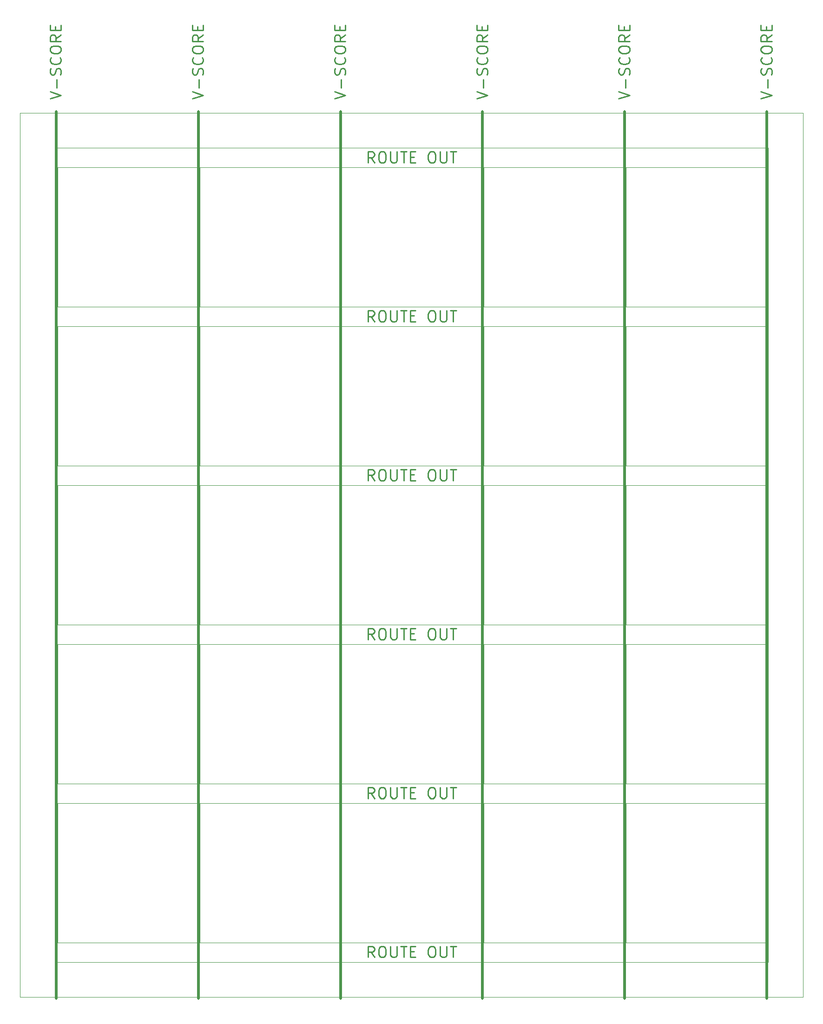
<source format=gko>
%TF.GenerationSoftware,KiCad,Pcbnew,9.0.1*%
%TF.CreationDate,2025-09-09T14:55:51-06:00*%
%TF.ProjectId,SparkFun_Qwiic_Fingerprint_Sensor_FPC2534_panelized,53706172-6b46-4756-9e5f-51776969635f,v10*%
%TF.SameCoordinates,Original*%
%TF.FileFunction,Soldermask,Bot*%
%TF.FilePolarity,Negative*%
%FSLAX46Y46*%
G04 Gerber Fmt 4.6, Leading zero omitted, Abs format (unit mm)*
G04 Created by KiCad (PCBNEW 9.0.1) date 2025-09-09 14:55:51*
%MOMM*%
%LPD*%
G01*
G04 APERTURE LIST*
%TA.AperFunction,Profile*%
%ADD10C,0.100000*%
%TD*%
%ADD11C,0.250000*%
%ADD12C,0.500000*%
G04 APERTURE END LIST*
D10*
X-500000Y-3548000D02*
X-500000Y144740000D01*
X129500000Y-3548000D02*
X-500000Y-3548000D01*
X129500000Y144740000D02*
X129500000Y-3548000D01*
X-500000Y144740000D02*
X129500000Y144740000D01*
X-6850000Y-9898000D02*
X-6850000Y151090000D01*
X135850000Y-9898000D02*
X-6850000Y-9898000D01*
X135850000Y151090000D02*
X135850000Y-9898000D01*
X-6850000Y151090000D02*
X135850000Y151090000D01*
X103600000Y141192000D02*
X129000000Y141192000D01*
X129000000Y115792000D01*
X103600000Y115792000D01*
X103600000Y141192000D01*
X103600000Y112244000D02*
X129000000Y112244000D01*
X129000000Y86844000D01*
X103600000Y86844000D01*
X103600000Y112244000D01*
X103600000Y83296000D02*
X129000000Y83296000D01*
X129000000Y57896000D01*
X103600000Y57896000D01*
X103600000Y83296000D01*
X103600000Y54348000D02*
X129000000Y54348000D01*
X129000000Y28948000D01*
X103600000Y28948000D01*
X103600000Y54348000D01*
X103600000Y25400000D02*
X129000000Y25400000D01*
X129000000Y0D01*
X103600000Y0D01*
X103600000Y25400000D01*
X77700000Y141192000D02*
X103100000Y141192000D01*
X103100000Y115792000D01*
X77700000Y115792000D01*
X77700000Y141192000D01*
X77700000Y112244000D02*
X103100000Y112244000D01*
X103100000Y86844000D01*
X77700000Y86844000D01*
X77700000Y112244000D01*
X77700000Y83296000D02*
X103100000Y83296000D01*
X103100000Y57896000D01*
X77700000Y57896000D01*
X77700000Y83296000D01*
X77700000Y54348000D02*
X103100000Y54348000D01*
X103100000Y28948000D01*
X77700000Y28948000D01*
X77700000Y54348000D01*
X77700000Y25400000D02*
X103100000Y25400000D01*
X103100000Y0D01*
X77700000Y0D01*
X77700000Y25400000D01*
X51800000Y141192000D02*
X77200000Y141192000D01*
X77200000Y115792000D01*
X51800000Y115792000D01*
X51800000Y141192000D01*
X51800000Y112244000D02*
X77200000Y112244000D01*
X77200000Y86844000D01*
X51800000Y86844000D01*
X51800000Y112244000D01*
X51800000Y83296000D02*
X77200000Y83296000D01*
X77200000Y57896000D01*
X51800000Y57896000D01*
X51800000Y83296000D01*
X51800000Y54348000D02*
X77200000Y54348000D01*
X77200000Y28948000D01*
X51800000Y28948000D01*
X51800000Y54348000D01*
X51800000Y25400000D02*
X77200000Y25400000D01*
X77200000Y0D01*
X51800000Y0D01*
X51800000Y25400000D01*
X25900000Y141192000D02*
X51300000Y141192000D01*
X51300000Y115792000D01*
X25900000Y115792000D01*
X25900000Y141192000D01*
X25900000Y112244000D02*
X51300000Y112244000D01*
X51300000Y86844000D01*
X25900000Y86844000D01*
X25900000Y112244000D01*
X25900000Y83296000D02*
X51300000Y83296000D01*
X51300000Y57896000D01*
X25900000Y57896000D01*
X25900000Y83296000D01*
X25900000Y54348000D02*
X51300000Y54348000D01*
X51300000Y28948000D01*
X25900000Y28948000D01*
X25900000Y54348000D01*
X25900000Y25400000D02*
X51300000Y25400000D01*
X51300000Y0D01*
X25900000Y0D01*
X25900000Y25400000D01*
X0Y141192000D02*
X25400000Y141192000D01*
X25400000Y115792000D01*
X0Y115792000D01*
X0Y141192000D01*
X0Y112244000D02*
X25400000Y112244000D01*
X25400000Y86844000D01*
X0Y86844000D01*
X0Y112244000D01*
X0Y83296000D02*
X25400000Y83296000D01*
X25400000Y57896000D01*
X0Y57896000D01*
X0Y83296000D01*
X0Y54348000D02*
X25400000Y54348000D01*
X25400000Y28948000D01*
X0Y28948000D01*
X0Y54348000D01*
X0Y25400000D02*
X25400000Y25400000D01*
X25400000Y0D01*
X0Y0D01*
X0Y25400000D01*
D11*
X57738094Y-2686238D02*
X57071427Y-1733857D01*
X56595237Y-2686238D02*
X56595237Y-686238D01*
X56595237Y-686238D02*
X57357142Y-686238D01*
X57357142Y-686238D02*
X57547618Y-781476D01*
X57547618Y-781476D02*
X57642856Y-876714D01*
X57642856Y-876714D02*
X57738094Y-1067190D01*
X57738094Y-1067190D02*
X57738094Y-1352904D01*
X57738094Y-1352904D02*
X57642856Y-1543380D01*
X57642856Y-1543380D02*
X57547618Y-1638619D01*
X57547618Y-1638619D02*
X57357142Y-1733857D01*
X57357142Y-1733857D02*
X56595237Y-1733857D01*
X58976189Y-686238D02*
X59357142Y-686238D01*
X59357142Y-686238D02*
X59547618Y-781476D01*
X59547618Y-781476D02*
X59738094Y-971952D01*
X59738094Y-971952D02*
X59833332Y-1352904D01*
X59833332Y-1352904D02*
X59833332Y-2019571D01*
X59833332Y-2019571D02*
X59738094Y-2400523D01*
X59738094Y-2400523D02*
X59547618Y-2591000D01*
X59547618Y-2591000D02*
X59357142Y-2686238D01*
X59357142Y-2686238D02*
X58976189Y-2686238D01*
X58976189Y-2686238D02*
X58785713Y-2591000D01*
X58785713Y-2591000D02*
X58595237Y-2400523D01*
X58595237Y-2400523D02*
X58499999Y-2019571D01*
X58499999Y-2019571D02*
X58499999Y-1352904D01*
X58499999Y-1352904D02*
X58595237Y-971952D01*
X58595237Y-971952D02*
X58785713Y-781476D01*
X58785713Y-781476D02*
X58976189Y-686238D01*
X60690475Y-686238D02*
X60690475Y-2305285D01*
X60690475Y-2305285D02*
X60785713Y-2495761D01*
X60785713Y-2495761D02*
X60880951Y-2591000D01*
X60880951Y-2591000D02*
X61071427Y-2686238D01*
X61071427Y-2686238D02*
X61452380Y-2686238D01*
X61452380Y-2686238D02*
X61642856Y-2591000D01*
X61642856Y-2591000D02*
X61738094Y-2495761D01*
X61738094Y-2495761D02*
X61833332Y-2305285D01*
X61833332Y-2305285D02*
X61833332Y-686238D01*
X62499999Y-686238D02*
X63642856Y-686238D01*
X63071427Y-2686238D02*
X63071427Y-686238D01*
X64309523Y-1638619D02*
X64976190Y-1638619D01*
X65261904Y-2686238D02*
X64309523Y-2686238D01*
X64309523Y-2686238D02*
X64309523Y-686238D01*
X64309523Y-686238D02*
X65261904Y-686238D01*
X68023809Y-686238D02*
X68404762Y-686238D01*
X68404762Y-686238D02*
X68595238Y-781476D01*
X68595238Y-781476D02*
X68785714Y-971952D01*
X68785714Y-971952D02*
X68880952Y-1352904D01*
X68880952Y-1352904D02*
X68880952Y-2019571D01*
X68880952Y-2019571D02*
X68785714Y-2400523D01*
X68785714Y-2400523D02*
X68595238Y-2591000D01*
X68595238Y-2591000D02*
X68404762Y-2686238D01*
X68404762Y-2686238D02*
X68023809Y-2686238D01*
X68023809Y-2686238D02*
X67833333Y-2591000D01*
X67833333Y-2591000D02*
X67642857Y-2400523D01*
X67642857Y-2400523D02*
X67547619Y-2019571D01*
X67547619Y-2019571D02*
X67547619Y-1352904D01*
X67547619Y-1352904D02*
X67642857Y-971952D01*
X67642857Y-971952D02*
X67833333Y-781476D01*
X67833333Y-781476D02*
X68023809Y-686238D01*
X69738095Y-686238D02*
X69738095Y-2305285D01*
X69738095Y-2305285D02*
X69833333Y-2495761D01*
X69833333Y-2495761D02*
X69928571Y-2591000D01*
X69928571Y-2591000D02*
X70119047Y-2686238D01*
X70119047Y-2686238D02*
X70500000Y-2686238D01*
X70500000Y-2686238D02*
X70690476Y-2591000D01*
X70690476Y-2591000D02*
X70785714Y-2495761D01*
X70785714Y-2495761D02*
X70880952Y-2305285D01*
X70880952Y-2305285D02*
X70880952Y-686238D01*
X71547619Y-686238D02*
X72690476Y-686238D01*
X72119047Y-2686238D02*
X72119047Y-686238D01*
X57738094Y26261762D02*
X57071427Y27214143D01*
X56595237Y26261762D02*
X56595237Y28261762D01*
X56595237Y28261762D02*
X57357142Y28261762D01*
X57357142Y28261762D02*
X57547618Y28166524D01*
X57547618Y28166524D02*
X57642856Y28071286D01*
X57642856Y28071286D02*
X57738094Y27880810D01*
X57738094Y27880810D02*
X57738094Y27595096D01*
X57738094Y27595096D02*
X57642856Y27404620D01*
X57642856Y27404620D02*
X57547618Y27309381D01*
X57547618Y27309381D02*
X57357142Y27214143D01*
X57357142Y27214143D02*
X56595237Y27214143D01*
X58976189Y28261762D02*
X59357142Y28261762D01*
X59357142Y28261762D02*
X59547618Y28166524D01*
X59547618Y28166524D02*
X59738094Y27976048D01*
X59738094Y27976048D02*
X59833332Y27595096D01*
X59833332Y27595096D02*
X59833332Y26928429D01*
X59833332Y26928429D02*
X59738094Y26547477D01*
X59738094Y26547477D02*
X59547618Y26357000D01*
X59547618Y26357000D02*
X59357142Y26261762D01*
X59357142Y26261762D02*
X58976189Y26261762D01*
X58976189Y26261762D02*
X58785713Y26357000D01*
X58785713Y26357000D02*
X58595237Y26547477D01*
X58595237Y26547477D02*
X58499999Y26928429D01*
X58499999Y26928429D02*
X58499999Y27595096D01*
X58499999Y27595096D02*
X58595237Y27976048D01*
X58595237Y27976048D02*
X58785713Y28166524D01*
X58785713Y28166524D02*
X58976189Y28261762D01*
X60690475Y28261762D02*
X60690475Y26642715D01*
X60690475Y26642715D02*
X60785713Y26452239D01*
X60785713Y26452239D02*
X60880951Y26357000D01*
X60880951Y26357000D02*
X61071427Y26261762D01*
X61071427Y26261762D02*
X61452380Y26261762D01*
X61452380Y26261762D02*
X61642856Y26357000D01*
X61642856Y26357000D02*
X61738094Y26452239D01*
X61738094Y26452239D02*
X61833332Y26642715D01*
X61833332Y26642715D02*
X61833332Y28261762D01*
X62499999Y28261762D02*
X63642856Y28261762D01*
X63071427Y26261762D02*
X63071427Y28261762D01*
X64309523Y27309381D02*
X64976190Y27309381D01*
X65261904Y26261762D02*
X64309523Y26261762D01*
X64309523Y26261762D02*
X64309523Y28261762D01*
X64309523Y28261762D02*
X65261904Y28261762D01*
X68023809Y28261762D02*
X68404762Y28261762D01*
X68404762Y28261762D02*
X68595238Y28166524D01*
X68595238Y28166524D02*
X68785714Y27976048D01*
X68785714Y27976048D02*
X68880952Y27595096D01*
X68880952Y27595096D02*
X68880952Y26928429D01*
X68880952Y26928429D02*
X68785714Y26547477D01*
X68785714Y26547477D02*
X68595238Y26357000D01*
X68595238Y26357000D02*
X68404762Y26261762D01*
X68404762Y26261762D02*
X68023809Y26261762D01*
X68023809Y26261762D02*
X67833333Y26357000D01*
X67833333Y26357000D02*
X67642857Y26547477D01*
X67642857Y26547477D02*
X67547619Y26928429D01*
X67547619Y26928429D02*
X67547619Y27595096D01*
X67547619Y27595096D02*
X67642857Y27976048D01*
X67642857Y27976048D02*
X67833333Y28166524D01*
X67833333Y28166524D02*
X68023809Y28261762D01*
X69738095Y28261762D02*
X69738095Y26642715D01*
X69738095Y26642715D02*
X69833333Y26452239D01*
X69833333Y26452239D02*
X69928571Y26357000D01*
X69928571Y26357000D02*
X70119047Y26261762D01*
X70119047Y26261762D02*
X70500000Y26261762D01*
X70500000Y26261762D02*
X70690476Y26357000D01*
X70690476Y26357000D02*
X70785714Y26452239D01*
X70785714Y26452239D02*
X70880952Y26642715D01*
X70880952Y26642715D02*
X70880952Y28261762D01*
X71547619Y28261762D02*
X72690476Y28261762D01*
X72119047Y26261762D02*
X72119047Y28261762D01*
X57738094Y55209762D02*
X57071427Y56162143D01*
X56595237Y55209762D02*
X56595237Y57209762D01*
X56595237Y57209762D02*
X57357142Y57209762D01*
X57357142Y57209762D02*
X57547618Y57114524D01*
X57547618Y57114524D02*
X57642856Y57019286D01*
X57642856Y57019286D02*
X57738094Y56828810D01*
X57738094Y56828810D02*
X57738094Y56543096D01*
X57738094Y56543096D02*
X57642856Y56352620D01*
X57642856Y56352620D02*
X57547618Y56257381D01*
X57547618Y56257381D02*
X57357142Y56162143D01*
X57357142Y56162143D02*
X56595237Y56162143D01*
X58976189Y57209762D02*
X59357142Y57209762D01*
X59357142Y57209762D02*
X59547618Y57114524D01*
X59547618Y57114524D02*
X59738094Y56924048D01*
X59738094Y56924048D02*
X59833332Y56543096D01*
X59833332Y56543096D02*
X59833332Y55876429D01*
X59833332Y55876429D02*
X59738094Y55495477D01*
X59738094Y55495477D02*
X59547618Y55305000D01*
X59547618Y55305000D02*
X59357142Y55209762D01*
X59357142Y55209762D02*
X58976189Y55209762D01*
X58976189Y55209762D02*
X58785713Y55305000D01*
X58785713Y55305000D02*
X58595237Y55495477D01*
X58595237Y55495477D02*
X58499999Y55876429D01*
X58499999Y55876429D02*
X58499999Y56543096D01*
X58499999Y56543096D02*
X58595237Y56924048D01*
X58595237Y56924048D02*
X58785713Y57114524D01*
X58785713Y57114524D02*
X58976189Y57209762D01*
X60690475Y57209762D02*
X60690475Y55590715D01*
X60690475Y55590715D02*
X60785713Y55400239D01*
X60785713Y55400239D02*
X60880951Y55305000D01*
X60880951Y55305000D02*
X61071427Y55209762D01*
X61071427Y55209762D02*
X61452380Y55209762D01*
X61452380Y55209762D02*
X61642856Y55305000D01*
X61642856Y55305000D02*
X61738094Y55400239D01*
X61738094Y55400239D02*
X61833332Y55590715D01*
X61833332Y55590715D02*
X61833332Y57209762D01*
X62499999Y57209762D02*
X63642856Y57209762D01*
X63071427Y55209762D02*
X63071427Y57209762D01*
X64309523Y56257381D02*
X64976190Y56257381D01*
X65261904Y55209762D02*
X64309523Y55209762D01*
X64309523Y55209762D02*
X64309523Y57209762D01*
X64309523Y57209762D02*
X65261904Y57209762D01*
X68023809Y57209762D02*
X68404762Y57209762D01*
X68404762Y57209762D02*
X68595238Y57114524D01*
X68595238Y57114524D02*
X68785714Y56924048D01*
X68785714Y56924048D02*
X68880952Y56543096D01*
X68880952Y56543096D02*
X68880952Y55876429D01*
X68880952Y55876429D02*
X68785714Y55495477D01*
X68785714Y55495477D02*
X68595238Y55305000D01*
X68595238Y55305000D02*
X68404762Y55209762D01*
X68404762Y55209762D02*
X68023809Y55209762D01*
X68023809Y55209762D02*
X67833333Y55305000D01*
X67833333Y55305000D02*
X67642857Y55495477D01*
X67642857Y55495477D02*
X67547619Y55876429D01*
X67547619Y55876429D02*
X67547619Y56543096D01*
X67547619Y56543096D02*
X67642857Y56924048D01*
X67642857Y56924048D02*
X67833333Y57114524D01*
X67833333Y57114524D02*
X68023809Y57209762D01*
X69738095Y57209762D02*
X69738095Y55590715D01*
X69738095Y55590715D02*
X69833333Y55400239D01*
X69833333Y55400239D02*
X69928571Y55305000D01*
X69928571Y55305000D02*
X70119047Y55209762D01*
X70119047Y55209762D02*
X70500000Y55209762D01*
X70500000Y55209762D02*
X70690476Y55305000D01*
X70690476Y55305000D02*
X70785714Y55400239D01*
X70785714Y55400239D02*
X70880952Y55590715D01*
X70880952Y55590715D02*
X70880952Y57209762D01*
X71547619Y57209762D02*
X72690476Y57209762D01*
X72119047Y55209762D02*
X72119047Y57209762D01*
X57738094Y84157762D02*
X57071427Y85110143D01*
X56595237Y84157762D02*
X56595237Y86157762D01*
X56595237Y86157762D02*
X57357142Y86157762D01*
X57357142Y86157762D02*
X57547618Y86062524D01*
X57547618Y86062524D02*
X57642856Y85967286D01*
X57642856Y85967286D02*
X57738094Y85776810D01*
X57738094Y85776810D02*
X57738094Y85491096D01*
X57738094Y85491096D02*
X57642856Y85300620D01*
X57642856Y85300620D02*
X57547618Y85205381D01*
X57547618Y85205381D02*
X57357142Y85110143D01*
X57357142Y85110143D02*
X56595237Y85110143D01*
X58976189Y86157762D02*
X59357142Y86157762D01*
X59357142Y86157762D02*
X59547618Y86062524D01*
X59547618Y86062524D02*
X59738094Y85872048D01*
X59738094Y85872048D02*
X59833332Y85491096D01*
X59833332Y85491096D02*
X59833332Y84824429D01*
X59833332Y84824429D02*
X59738094Y84443477D01*
X59738094Y84443477D02*
X59547618Y84253000D01*
X59547618Y84253000D02*
X59357142Y84157762D01*
X59357142Y84157762D02*
X58976189Y84157762D01*
X58976189Y84157762D02*
X58785713Y84253000D01*
X58785713Y84253000D02*
X58595237Y84443477D01*
X58595237Y84443477D02*
X58499999Y84824429D01*
X58499999Y84824429D02*
X58499999Y85491096D01*
X58499999Y85491096D02*
X58595237Y85872048D01*
X58595237Y85872048D02*
X58785713Y86062524D01*
X58785713Y86062524D02*
X58976189Y86157762D01*
X60690475Y86157762D02*
X60690475Y84538715D01*
X60690475Y84538715D02*
X60785713Y84348239D01*
X60785713Y84348239D02*
X60880951Y84253000D01*
X60880951Y84253000D02*
X61071427Y84157762D01*
X61071427Y84157762D02*
X61452380Y84157762D01*
X61452380Y84157762D02*
X61642856Y84253000D01*
X61642856Y84253000D02*
X61738094Y84348239D01*
X61738094Y84348239D02*
X61833332Y84538715D01*
X61833332Y84538715D02*
X61833332Y86157762D01*
X62499999Y86157762D02*
X63642856Y86157762D01*
X63071427Y84157762D02*
X63071427Y86157762D01*
X64309523Y85205381D02*
X64976190Y85205381D01*
X65261904Y84157762D02*
X64309523Y84157762D01*
X64309523Y84157762D02*
X64309523Y86157762D01*
X64309523Y86157762D02*
X65261904Y86157762D01*
X68023809Y86157762D02*
X68404762Y86157762D01*
X68404762Y86157762D02*
X68595238Y86062524D01*
X68595238Y86062524D02*
X68785714Y85872048D01*
X68785714Y85872048D02*
X68880952Y85491096D01*
X68880952Y85491096D02*
X68880952Y84824429D01*
X68880952Y84824429D02*
X68785714Y84443477D01*
X68785714Y84443477D02*
X68595238Y84253000D01*
X68595238Y84253000D02*
X68404762Y84157762D01*
X68404762Y84157762D02*
X68023809Y84157762D01*
X68023809Y84157762D02*
X67833333Y84253000D01*
X67833333Y84253000D02*
X67642857Y84443477D01*
X67642857Y84443477D02*
X67547619Y84824429D01*
X67547619Y84824429D02*
X67547619Y85491096D01*
X67547619Y85491096D02*
X67642857Y85872048D01*
X67642857Y85872048D02*
X67833333Y86062524D01*
X67833333Y86062524D02*
X68023809Y86157762D01*
X69738095Y86157762D02*
X69738095Y84538715D01*
X69738095Y84538715D02*
X69833333Y84348239D01*
X69833333Y84348239D02*
X69928571Y84253000D01*
X69928571Y84253000D02*
X70119047Y84157762D01*
X70119047Y84157762D02*
X70500000Y84157762D01*
X70500000Y84157762D02*
X70690476Y84253000D01*
X70690476Y84253000D02*
X70785714Y84348239D01*
X70785714Y84348239D02*
X70880952Y84538715D01*
X70880952Y84538715D02*
X70880952Y86157762D01*
X71547619Y86157762D02*
X72690476Y86157762D01*
X72119047Y84157762D02*
X72119047Y86157762D01*
X57738094Y113105761D02*
X57071427Y114058142D01*
X56595237Y113105761D02*
X56595237Y115105761D01*
X56595237Y115105761D02*
X57357142Y115105761D01*
X57357142Y115105761D02*
X57547618Y115010523D01*
X57547618Y115010523D02*
X57642856Y114915285D01*
X57642856Y114915285D02*
X57738094Y114724809D01*
X57738094Y114724809D02*
X57738094Y114439095D01*
X57738094Y114439095D02*
X57642856Y114248619D01*
X57642856Y114248619D02*
X57547618Y114153380D01*
X57547618Y114153380D02*
X57357142Y114058142D01*
X57357142Y114058142D02*
X56595237Y114058142D01*
X58976189Y115105761D02*
X59357142Y115105761D01*
X59357142Y115105761D02*
X59547618Y115010523D01*
X59547618Y115010523D02*
X59738094Y114820047D01*
X59738094Y114820047D02*
X59833332Y114439095D01*
X59833332Y114439095D02*
X59833332Y113772428D01*
X59833332Y113772428D02*
X59738094Y113391476D01*
X59738094Y113391476D02*
X59547618Y113201000D01*
X59547618Y113201000D02*
X59357142Y113105761D01*
X59357142Y113105761D02*
X58976189Y113105761D01*
X58976189Y113105761D02*
X58785713Y113201000D01*
X58785713Y113201000D02*
X58595237Y113391476D01*
X58595237Y113391476D02*
X58499999Y113772428D01*
X58499999Y113772428D02*
X58499999Y114439095D01*
X58499999Y114439095D02*
X58595237Y114820047D01*
X58595237Y114820047D02*
X58785713Y115010523D01*
X58785713Y115010523D02*
X58976189Y115105761D01*
X60690475Y115105761D02*
X60690475Y113486714D01*
X60690475Y113486714D02*
X60785713Y113296238D01*
X60785713Y113296238D02*
X60880951Y113201000D01*
X60880951Y113201000D02*
X61071427Y113105761D01*
X61071427Y113105761D02*
X61452380Y113105761D01*
X61452380Y113105761D02*
X61642856Y113201000D01*
X61642856Y113201000D02*
X61738094Y113296238D01*
X61738094Y113296238D02*
X61833332Y113486714D01*
X61833332Y113486714D02*
X61833332Y115105761D01*
X62499999Y115105761D02*
X63642856Y115105761D01*
X63071427Y113105761D02*
X63071427Y115105761D01*
X64309523Y114153380D02*
X64976190Y114153380D01*
X65261904Y113105761D02*
X64309523Y113105761D01*
X64309523Y113105761D02*
X64309523Y115105761D01*
X64309523Y115105761D02*
X65261904Y115105761D01*
X68023809Y115105761D02*
X68404762Y115105761D01*
X68404762Y115105761D02*
X68595238Y115010523D01*
X68595238Y115010523D02*
X68785714Y114820047D01*
X68785714Y114820047D02*
X68880952Y114439095D01*
X68880952Y114439095D02*
X68880952Y113772428D01*
X68880952Y113772428D02*
X68785714Y113391476D01*
X68785714Y113391476D02*
X68595238Y113201000D01*
X68595238Y113201000D02*
X68404762Y113105761D01*
X68404762Y113105761D02*
X68023809Y113105761D01*
X68023809Y113105761D02*
X67833333Y113201000D01*
X67833333Y113201000D02*
X67642857Y113391476D01*
X67642857Y113391476D02*
X67547619Y113772428D01*
X67547619Y113772428D02*
X67547619Y114439095D01*
X67547619Y114439095D02*
X67642857Y114820047D01*
X67642857Y114820047D02*
X67833333Y115010523D01*
X67833333Y115010523D02*
X68023809Y115105761D01*
X69738095Y115105761D02*
X69738095Y113486714D01*
X69738095Y113486714D02*
X69833333Y113296238D01*
X69833333Y113296238D02*
X69928571Y113201000D01*
X69928571Y113201000D02*
X70119047Y113105761D01*
X70119047Y113105761D02*
X70500000Y113105761D01*
X70500000Y113105761D02*
X70690476Y113201000D01*
X70690476Y113201000D02*
X70785714Y113296238D01*
X70785714Y113296238D02*
X70880952Y113486714D01*
X70880952Y113486714D02*
X70880952Y115105761D01*
X71547619Y115105761D02*
X72690476Y115105761D01*
X72119047Y113105761D02*
X72119047Y115105761D01*
X57738094Y142053761D02*
X57071427Y143006142D01*
X56595237Y142053761D02*
X56595237Y144053761D01*
X56595237Y144053761D02*
X57357142Y144053761D01*
X57357142Y144053761D02*
X57547618Y143958523D01*
X57547618Y143958523D02*
X57642856Y143863285D01*
X57642856Y143863285D02*
X57738094Y143672809D01*
X57738094Y143672809D02*
X57738094Y143387095D01*
X57738094Y143387095D02*
X57642856Y143196619D01*
X57642856Y143196619D02*
X57547618Y143101380D01*
X57547618Y143101380D02*
X57357142Y143006142D01*
X57357142Y143006142D02*
X56595237Y143006142D01*
X58976189Y144053761D02*
X59357142Y144053761D01*
X59357142Y144053761D02*
X59547618Y143958523D01*
X59547618Y143958523D02*
X59738094Y143768047D01*
X59738094Y143768047D02*
X59833332Y143387095D01*
X59833332Y143387095D02*
X59833332Y142720428D01*
X59833332Y142720428D02*
X59738094Y142339476D01*
X59738094Y142339476D02*
X59547618Y142149000D01*
X59547618Y142149000D02*
X59357142Y142053761D01*
X59357142Y142053761D02*
X58976189Y142053761D01*
X58976189Y142053761D02*
X58785713Y142149000D01*
X58785713Y142149000D02*
X58595237Y142339476D01*
X58595237Y142339476D02*
X58499999Y142720428D01*
X58499999Y142720428D02*
X58499999Y143387095D01*
X58499999Y143387095D02*
X58595237Y143768047D01*
X58595237Y143768047D02*
X58785713Y143958523D01*
X58785713Y143958523D02*
X58976189Y144053761D01*
X60690475Y144053761D02*
X60690475Y142434714D01*
X60690475Y142434714D02*
X60785713Y142244238D01*
X60785713Y142244238D02*
X60880951Y142149000D01*
X60880951Y142149000D02*
X61071427Y142053761D01*
X61071427Y142053761D02*
X61452380Y142053761D01*
X61452380Y142053761D02*
X61642856Y142149000D01*
X61642856Y142149000D02*
X61738094Y142244238D01*
X61738094Y142244238D02*
X61833332Y142434714D01*
X61833332Y142434714D02*
X61833332Y144053761D01*
X62499999Y144053761D02*
X63642856Y144053761D01*
X63071427Y142053761D02*
X63071427Y144053761D01*
X64309523Y143101380D02*
X64976190Y143101380D01*
X65261904Y142053761D02*
X64309523Y142053761D01*
X64309523Y142053761D02*
X64309523Y144053761D01*
X64309523Y144053761D02*
X65261904Y144053761D01*
X68023809Y144053761D02*
X68404762Y144053761D01*
X68404762Y144053761D02*
X68595238Y143958523D01*
X68595238Y143958523D02*
X68785714Y143768047D01*
X68785714Y143768047D02*
X68880952Y143387095D01*
X68880952Y143387095D02*
X68880952Y142720428D01*
X68880952Y142720428D02*
X68785714Y142339476D01*
X68785714Y142339476D02*
X68595238Y142149000D01*
X68595238Y142149000D02*
X68404762Y142053761D01*
X68404762Y142053761D02*
X68023809Y142053761D01*
X68023809Y142053761D02*
X67833333Y142149000D01*
X67833333Y142149000D02*
X67642857Y142339476D01*
X67642857Y142339476D02*
X67547619Y142720428D01*
X67547619Y142720428D02*
X67547619Y143387095D01*
X67547619Y143387095D02*
X67642857Y143768047D01*
X67642857Y143768047D02*
X67833333Y143958523D01*
X67833333Y143958523D02*
X68023809Y144053761D01*
X69738095Y144053761D02*
X69738095Y142434714D01*
X69738095Y142434714D02*
X69833333Y142244238D01*
X69833333Y142244238D02*
X69928571Y142149000D01*
X69928571Y142149000D02*
X70119047Y142053761D01*
X70119047Y142053761D02*
X70500000Y142053761D01*
X70500000Y142053761D02*
X70690476Y142149000D01*
X70690476Y142149000D02*
X70785714Y142244238D01*
X70785714Y142244238D02*
X70880952Y142434714D01*
X70880952Y142434714D02*
X70880952Y144053761D01*
X71547619Y144053761D02*
X72690476Y144053761D01*
X72119047Y142053761D02*
X72119047Y144053761D01*
X128162238Y153694949D02*
X130162238Y154361615D01*
X130162238Y154361615D02*
X128162238Y155028282D01*
X129400333Y155694949D02*
X129400333Y157218759D01*
X130067000Y158075901D02*
X130162238Y158361615D01*
X130162238Y158361615D02*
X130162238Y158837806D01*
X130162238Y158837806D02*
X130067000Y159028282D01*
X130067000Y159028282D02*
X129971761Y159123520D01*
X129971761Y159123520D02*
X129781285Y159218758D01*
X129781285Y159218758D02*
X129590809Y159218758D01*
X129590809Y159218758D02*
X129400333Y159123520D01*
X129400333Y159123520D02*
X129305095Y159028282D01*
X129305095Y159028282D02*
X129209857Y158837806D01*
X129209857Y158837806D02*
X129114619Y158456853D01*
X129114619Y158456853D02*
X129019380Y158266377D01*
X129019380Y158266377D02*
X128924142Y158171139D01*
X128924142Y158171139D02*
X128733666Y158075901D01*
X128733666Y158075901D02*
X128543190Y158075901D01*
X128543190Y158075901D02*
X128352714Y158171139D01*
X128352714Y158171139D02*
X128257476Y158266377D01*
X128257476Y158266377D02*
X128162238Y158456853D01*
X128162238Y158456853D02*
X128162238Y158933044D01*
X128162238Y158933044D02*
X128257476Y159218758D01*
X129971761Y161218758D02*
X130067000Y161123520D01*
X130067000Y161123520D02*
X130162238Y160837806D01*
X130162238Y160837806D02*
X130162238Y160647330D01*
X130162238Y160647330D02*
X130067000Y160361615D01*
X130067000Y160361615D02*
X129876523Y160171139D01*
X129876523Y160171139D02*
X129686047Y160075901D01*
X129686047Y160075901D02*
X129305095Y159980663D01*
X129305095Y159980663D02*
X129019380Y159980663D01*
X129019380Y159980663D02*
X128638428Y160075901D01*
X128638428Y160075901D02*
X128447952Y160171139D01*
X128447952Y160171139D02*
X128257476Y160361615D01*
X128257476Y160361615D02*
X128162238Y160647330D01*
X128162238Y160647330D02*
X128162238Y160837806D01*
X128162238Y160837806D02*
X128257476Y161123520D01*
X128257476Y161123520D02*
X128352714Y161218758D01*
X128162238Y162456853D02*
X128162238Y162837806D01*
X128162238Y162837806D02*
X128257476Y163028282D01*
X128257476Y163028282D02*
X128447952Y163218758D01*
X128447952Y163218758D02*
X128828904Y163313996D01*
X128828904Y163313996D02*
X129495571Y163313996D01*
X129495571Y163313996D02*
X129876523Y163218758D01*
X129876523Y163218758D02*
X130067000Y163028282D01*
X130067000Y163028282D02*
X130162238Y162837806D01*
X130162238Y162837806D02*
X130162238Y162456853D01*
X130162238Y162456853D02*
X130067000Y162266377D01*
X130067000Y162266377D02*
X129876523Y162075901D01*
X129876523Y162075901D02*
X129495571Y161980663D01*
X129495571Y161980663D02*
X128828904Y161980663D01*
X128828904Y161980663D02*
X128447952Y162075901D01*
X128447952Y162075901D02*
X128257476Y162266377D01*
X128257476Y162266377D02*
X128162238Y162456853D01*
X130162238Y165313996D02*
X129209857Y164647329D01*
X130162238Y164171139D02*
X128162238Y164171139D01*
X128162238Y164171139D02*
X128162238Y164933044D01*
X128162238Y164933044D02*
X128257476Y165123520D01*
X128257476Y165123520D02*
X128352714Y165218758D01*
X128352714Y165218758D02*
X128543190Y165313996D01*
X128543190Y165313996D02*
X128828904Y165313996D01*
X128828904Y165313996D02*
X129019380Y165218758D01*
X129019380Y165218758D02*
X129114619Y165123520D01*
X129114619Y165123520D02*
X129209857Y164933044D01*
X129209857Y164933044D02*
X129209857Y164171139D01*
X129114619Y166171139D02*
X129114619Y166837806D01*
X130162238Y167123520D02*
X130162238Y166171139D01*
X130162238Y166171139D02*
X128162238Y166171139D01*
X128162238Y166171139D02*
X128162238Y167123520D01*
D12*
X129250000Y151340000D02*
X129250000Y-10148000D01*
D11*
X102262238Y153694949D02*
X104262238Y154361615D01*
X104262238Y154361615D02*
X102262238Y155028282D01*
X103500333Y155694949D02*
X103500333Y157218759D01*
X104167000Y158075901D02*
X104262238Y158361615D01*
X104262238Y158361615D02*
X104262238Y158837806D01*
X104262238Y158837806D02*
X104167000Y159028282D01*
X104167000Y159028282D02*
X104071761Y159123520D01*
X104071761Y159123520D02*
X103881285Y159218758D01*
X103881285Y159218758D02*
X103690809Y159218758D01*
X103690809Y159218758D02*
X103500333Y159123520D01*
X103500333Y159123520D02*
X103405095Y159028282D01*
X103405095Y159028282D02*
X103309857Y158837806D01*
X103309857Y158837806D02*
X103214619Y158456853D01*
X103214619Y158456853D02*
X103119380Y158266377D01*
X103119380Y158266377D02*
X103024142Y158171139D01*
X103024142Y158171139D02*
X102833666Y158075901D01*
X102833666Y158075901D02*
X102643190Y158075901D01*
X102643190Y158075901D02*
X102452714Y158171139D01*
X102452714Y158171139D02*
X102357476Y158266377D01*
X102357476Y158266377D02*
X102262238Y158456853D01*
X102262238Y158456853D02*
X102262238Y158933044D01*
X102262238Y158933044D02*
X102357476Y159218758D01*
X104071761Y161218758D02*
X104167000Y161123520D01*
X104167000Y161123520D02*
X104262238Y160837806D01*
X104262238Y160837806D02*
X104262238Y160647330D01*
X104262238Y160647330D02*
X104167000Y160361615D01*
X104167000Y160361615D02*
X103976523Y160171139D01*
X103976523Y160171139D02*
X103786047Y160075901D01*
X103786047Y160075901D02*
X103405095Y159980663D01*
X103405095Y159980663D02*
X103119380Y159980663D01*
X103119380Y159980663D02*
X102738428Y160075901D01*
X102738428Y160075901D02*
X102547952Y160171139D01*
X102547952Y160171139D02*
X102357476Y160361615D01*
X102357476Y160361615D02*
X102262238Y160647330D01*
X102262238Y160647330D02*
X102262238Y160837806D01*
X102262238Y160837806D02*
X102357476Y161123520D01*
X102357476Y161123520D02*
X102452714Y161218758D01*
X102262238Y162456853D02*
X102262238Y162837806D01*
X102262238Y162837806D02*
X102357476Y163028282D01*
X102357476Y163028282D02*
X102547952Y163218758D01*
X102547952Y163218758D02*
X102928904Y163313996D01*
X102928904Y163313996D02*
X103595571Y163313996D01*
X103595571Y163313996D02*
X103976523Y163218758D01*
X103976523Y163218758D02*
X104167000Y163028282D01*
X104167000Y163028282D02*
X104262238Y162837806D01*
X104262238Y162837806D02*
X104262238Y162456853D01*
X104262238Y162456853D02*
X104167000Y162266377D01*
X104167000Y162266377D02*
X103976523Y162075901D01*
X103976523Y162075901D02*
X103595571Y161980663D01*
X103595571Y161980663D02*
X102928904Y161980663D01*
X102928904Y161980663D02*
X102547952Y162075901D01*
X102547952Y162075901D02*
X102357476Y162266377D01*
X102357476Y162266377D02*
X102262238Y162456853D01*
X104262238Y165313996D02*
X103309857Y164647329D01*
X104262238Y164171139D02*
X102262238Y164171139D01*
X102262238Y164171139D02*
X102262238Y164933044D01*
X102262238Y164933044D02*
X102357476Y165123520D01*
X102357476Y165123520D02*
X102452714Y165218758D01*
X102452714Y165218758D02*
X102643190Y165313996D01*
X102643190Y165313996D02*
X102928904Y165313996D01*
X102928904Y165313996D02*
X103119380Y165218758D01*
X103119380Y165218758D02*
X103214619Y165123520D01*
X103214619Y165123520D02*
X103309857Y164933044D01*
X103309857Y164933044D02*
X103309857Y164171139D01*
X103214619Y166171139D02*
X103214619Y166837806D01*
X104262238Y167123520D02*
X104262238Y166171139D01*
X104262238Y166171139D02*
X102262238Y166171139D01*
X102262238Y166171139D02*
X102262238Y167123520D01*
D12*
X103350000Y151340000D02*
X103350000Y-10148000D01*
D11*
X76362238Y153694949D02*
X78362238Y154361615D01*
X78362238Y154361615D02*
X76362238Y155028282D01*
X77600333Y155694949D02*
X77600333Y157218759D01*
X78267000Y158075901D02*
X78362238Y158361615D01*
X78362238Y158361615D02*
X78362238Y158837806D01*
X78362238Y158837806D02*
X78267000Y159028282D01*
X78267000Y159028282D02*
X78171761Y159123520D01*
X78171761Y159123520D02*
X77981285Y159218758D01*
X77981285Y159218758D02*
X77790809Y159218758D01*
X77790809Y159218758D02*
X77600333Y159123520D01*
X77600333Y159123520D02*
X77505095Y159028282D01*
X77505095Y159028282D02*
X77409857Y158837806D01*
X77409857Y158837806D02*
X77314619Y158456853D01*
X77314619Y158456853D02*
X77219380Y158266377D01*
X77219380Y158266377D02*
X77124142Y158171139D01*
X77124142Y158171139D02*
X76933666Y158075901D01*
X76933666Y158075901D02*
X76743190Y158075901D01*
X76743190Y158075901D02*
X76552714Y158171139D01*
X76552714Y158171139D02*
X76457476Y158266377D01*
X76457476Y158266377D02*
X76362238Y158456853D01*
X76362238Y158456853D02*
X76362238Y158933044D01*
X76362238Y158933044D02*
X76457476Y159218758D01*
X78171761Y161218758D02*
X78267000Y161123520D01*
X78267000Y161123520D02*
X78362238Y160837806D01*
X78362238Y160837806D02*
X78362238Y160647330D01*
X78362238Y160647330D02*
X78267000Y160361615D01*
X78267000Y160361615D02*
X78076523Y160171139D01*
X78076523Y160171139D02*
X77886047Y160075901D01*
X77886047Y160075901D02*
X77505095Y159980663D01*
X77505095Y159980663D02*
X77219380Y159980663D01*
X77219380Y159980663D02*
X76838428Y160075901D01*
X76838428Y160075901D02*
X76647952Y160171139D01*
X76647952Y160171139D02*
X76457476Y160361615D01*
X76457476Y160361615D02*
X76362238Y160647330D01*
X76362238Y160647330D02*
X76362238Y160837806D01*
X76362238Y160837806D02*
X76457476Y161123520D01*
X76457476Y161123520D02*
X76552714Y161218758D01*
X76362238Y162456853D02*
X76362238Y162837806D01*
X76362238Y162837806D02*
X76457476Y163028282D01*
X76457476Y163028282D02*
X76647952Y163218758D01*
X76647952Y163218758D02*
X77028904Y163313996D01*
X77028904Y163313996D02*
X77695571Y163313996D01*
X77695571Y163313996D02*
X78076523Y163218758D01*
X78076523Y163218758D02*
X78267000Y163028282D01*
X78267000Y163028282D02*
X78362238Y162837806D01*
X78362238Y162837806D02*
X78362238Y162456853D01*
X78362238Y162456853D02*
X78267000Y162266377D01*
X78267000Y162266377D02*
X78076523Y162075901D01*
X78076523Y162075901D02*
X77695571Y161980663D01*
X77695571Y161980663D02*
X77028904Y161980663D01*
X77028904Y161980663D02*
X76647952Y162075901D01*
X76647952Y162075901D02*
X76457476Y162266377D01*
X76457476Y162266377D02*
X76362238Y162456853D01*
X78362238Y165313996D02*
X77409857Y164647329D01*
X78362238Y164171139D02*
X76362238Y164171139D01*
X76362238Y164171139D02*
X76362238Y164933044D01*
X76362238Y164933044D02*
X76457476Y165123520D01*
X76457476Y165123520D02*
X76552714Y165218758D01*
X76552714Y165218758D02*
X76743190Y165313996D01*
X76743190Y165313996D02*
X77028904Y165313996D01*
X77028904Y165313996D02*
X77219380Y165218758D01*
X77219380Y165218758D02*
X77314619Y165123520D01*
X77314619Y165123520D02*
X77409857Y164933044D01*
X77409857Y164933044D02*
X77409857Y164171139D01*
X77314619Y166171139D02*
X77314619Y166837806D01*
X78362238Y167123520D02*
X78362238Y166171139D01*
X78362238Y166171139D02*
X76362238Y166171139D01*
X76362238Y166171139D02*
X76362238Y167123520D01*
D12*
X77450000Y151340000D02*
X77450000Y-10148000D01*
D11*
X50462238Y153694949D02*
X52462238Y154361615D01*
X52462238Y154361615D02*
X50462238Y155028282D01*
X51700333Y155694949D02*
X51700333Y157218759D01*
X52367000Y158075901D02*
X52462238Y158361615D01*
X52462238Y158361615D02*
X52462238Y158837806D01*
X52462238Y158837806D02*
X52367000Y159028282D01*
X52367000Y159028282D02*
X52271761Y159123520D01*
X52271761Y159123520D02*
X52081285Y159218758D01*
X52081285Y159218758D02*
X51890809Y159218758D01*
X51890809Y159218758D02*
X51700333Y159123520D01*
X51700333Y159123520D02*
X51605095Y159028282D01*
X51605095Y159028282D02*
X51509857Y158837806D01*
X51509857Y158837806D02*
X51414619Y158456853D01*
X51414619Y158456853D02*
X51319380Y158266377D01*
X51319380Y158266377D02*
X51224142Y158171139D01*
X51224142Y158171139D02*
X51033666Y158075901D01*
X51033666Y158075901D02*
X50843190Y158075901D01*
X50843190Y158075901D02*
X50652714Y158171139D01*
X50652714Y158171139D02*
X50557476Y158266377D01*
X50557476Y158266377D02*
X50462238Y158456853D01*
X50462238Y158456853D02*
X50462238Y158933044D01*
X50462238Y158933044D02*
X50557476Y159218758D01*
X52271761Y161218758D02*
X52367000Y161123520D01*
X52367000Y161123520D02*
X52462238Y160837806D01*
X52462238Y160837806D02*
X52462238Y160647330D01*
X52462238Y160647330D02*
X52367000Y160361615D01*
X52367000Y160361615D02*
X52176523Y160171139D01*
X52176523Y160171139D02*
X51986047Y160075901D01*
X51986047Y160075901D02*
X51605095Y159980663D01*
X51605095Y159980663D02*
X51319380Y159980663D01*
X51319380Y159980663D02*
X50938428Y160075901D01*
X50938428Y160075901D02*
X50747952Y160171139D01*
X50747952Y160171139D02*
X50557476Y160361615D01*
X50557476Y160361615D02*
X50462238Y160647330D01*
X50462238Y160647330D02*
X50462238Y160837806D01*
X50462238Y160837806D02*
X50557476Y161123520D01*
X50557476Y161123520D02*
X50652714Y161218758D01*
X50462238Y162456853D02*
X50462238Y162837806D01*
X50462238Y162837806D02*
X50557476Y163028282D01*
X50557476Y163028282D02*
X50747952Y163218758D01*
X50747952Y163218758D02*
X51128904Y163313996D01*
X51128904Y163313996D02*
X51795571Y163313996D01*
X51795571Y163313996D02*
X52176523Y163218758D01*
X52176523Y163218758D02*
X52367000Y163028282D01*
X52367000Y163028282D02*
X52462238Y162837806D01*
X52462238Y162837806D02*
X52462238Y162456853D01*
X52462238Y162456853D02*
X52367000Y162266377D01*
X52367000Y162266377D02*
X52176523Y162075901D01*
X52176523Y162075901D02*
X51795571Y161980663D01*
X51795571Y161980663D02*
X51128904Y161980663D01*
X51128904Y161980663D02*
X50747952Y162075901D01*
X50747952Y162075901D02*
X50557476Y162266377D01*
X50557476Y162266377D02*
X50462238Y162456853D01*
X52462238Y165313996D02*
X51509857Y164647329D01*
X52462238Y164171139D02*
X50462238Y164171139D01*
X50462238Y164171139D02*
X50462238Y164933044D01*
X50462238Y164933044D02*
X50557476Y165123520D01*
X50557476Y165123520D02*
X50652714Y165218758D01*
X50652714Y165218758D02*
X50843190Y165313996D01*
X50843190Y165313996D02*
X51128904Y165313996D01*
X51128904Y165313996D02*
X51319380Y165218758D01*
X51319380Y165218758D02*
X51414619Y165123520D01*
X51414619Y165123520D02*
X51509857Y164933044D01*
X51509857Y164933044D02*
X51509857Y164171139D01*
X51414619Y166171139D02*
X51414619Y166837806D01*
X52462238Y167123520D02*
X52462238Y166171139D01*
X52462238Y166171139D02*
X50462238Y166171139D01*
X50462238Y166171139D02*
X50462238Y167123520D01*
D12*
X51550000Y151340000D02*
X51550000Y-10148000D01*
D11*
X24562238Y153694949D02*
X26562238Y154361615D01*
X26562238Y154361615D02*
X24562238Y155028282D01*
X25800333Y155694949D02*
X25800333Y157218759D01*
X26467000Y158075901D02*
X26562238Y158361615D01*
X26562238Y158361615D02*
X26562238Y158837806D01*
X26562238Y158837806D02*
X26467000Y159028282D01*
X26467000Y159028282D02*
X26371761Y159123520D01*
X26371761Y159123520D02*
X26181285Y159218758D01*
X26181285Y159218758D02*
X25990809Y159218758D01*
X25990809Y159218758D02*
X25800333Y159123520D01*
X25800333Y159123520D02*
X25705095Y159028282D01*
X25705095Y159028282D02*
X25609857Y158837806D01*
X25609857Y158837806D02*
X25514619Y158456853D01*
X25514619Y158456853D02*
X25419380Y158266377D01*
X25419380Y158266377D02*
X25324142Y158171139D01*
X25324142Y158171139D02*
X25133666Y158075901D01*
X25133666Y158075901D02*
X24943190Y158075901D01*
X24943190Y158075901D02*
X24752714Y158171139D01*
X24752714Y158171139D02*
X24657476Y158266377D01*
X24657476Y158266377D02*
X24562238Y158456853D01*
X24562238Y158456853D02*
X24562238Y158933044D01*
X24562238Y158933044D02*
X24657476Y159218758D01*
X26371761Y161218758D02*
X26467000Y161123520D01*
X26467000Y161123520D02*
X26562238Y160837806D01*
X26562238Y160837806D02*
X26562238Y160647330D01*
X26562238Y160647330D02*
X26467000Y160361615D01*
X26467000Y160361615D02*
X26276523Y160171139D01*
X26276523Y160171139D02*
X26086047Y160075901D01*
X26086047Y160075901D02*
X25705095Y159980663D01*
X25705095Y159980663D02*
X25419380Y159980663D01*
X25419380Y159980663D02*
X25038428Y160075901D01*
X25038428Y160075901D02*
X24847952Y160171139D01*
X24847952Y160171139D02*
X24657476Y160361615D01*
X24657476Y160361615D02*
X24562238Y160647330D01*
X24562238Y160647330D02*
X24562238Y160837806D01*
X24562238Y160837806D02*
X24657476Y161123520D01*
X24657476Y161123520D02*
X24752714Y161218758D01*
X24562238Y162456853D02*
X24562238Y162837806D01*
X24562238Y162837806D02*
X24657476Y163028282D01*
X24657476Y163028282D02*
X24847952Y163218758D01*
X24847952Y163218758D02*
X25228904Y163313996D01*
X25228904Y163313996D02*
X25895571Y163313996D01*
X25895571Y163313996D02*
X26276523Y163218758D01*
X26276523Y163218758D02*
X26467000Y163028282D01*
X26467000Y163028282D02*
X26562238Y162837806D01*
X26562238Y162837806D02*
X26562238Y162456853D01*
X26562238Y162456853D02*
X26467000Y162266377D01*
X26467000Y162266377D02*
X26276523Y162075901D01*
X26276523Y162075901D02*
X25895571Y161980663D01*
X25895571Y161980663D02*
X25228904Y161980663D01*
X25228904Y161980663D02*
X24847952Y162075901D01*
X24847952Y162075901D02*
X24657476Y162266377D01*
X24657476Y162266377D02*
X24562238Y162456853D01*
X26562238Y165313996D02*
X25609857Y164647329D01*
X26562238Y164171139D02*
X24562238Y164171139D01*
X24562238Y164171139D02*
X24562238Y164933044D01*
X24562238Y164933044D02*
X24657476Y165123520D01*
X24657476Y165123520D02*
X24752714Y165218758D01*
X24752714Y165218758D02*
X24943190Y165313996D01*
X24943190Y165313996D02*
X25228904Y165313996D01*
X25228904Y165313996D02*
X25419380Y165218758D01*
X25419380Y165218758D02*
X25514619Y165123520D01*
X25514619Y165123520D02*
X25609857Y164933044D01*
X25609857Y164933044D02*
X25609857Y164171139D01*
X25514619Y166171139D02*
X25514619Y166837806D01*
X26562238Y167123520D02*
X26562238Y166171139D01*
X26562238Y166171139D02*
X24562238Y166171139D01*
X24562238Y166171139D02*
X24562238Y167123520D01*
D12*
X25650000Y151340000D02*
X25650000Y-10148000D01*
D11*
X-1337762Y153694949D02*
X662238Y154361615D01*
X662238Y154361615D02*
X-1337762Y155028282D01*
X-99667Y155694949D02*
X-99667Y157218759D01*
X567000Y158075901D02*
X662238Y158361615D01*
X662238Y158361615D02*
X662238Y158837806D01*
X662238Y158837806D02*
X567000Y159028282D01*
X567000Y159028282D02*
X471761Y159123520D01*
X471761Y159123520D02*
X281285Y159218758D01*
X281285Y159218758D02*
X90809Y159218758D01*
X90809Y159218758D02*
X-99667Y159123520D01*
X-99667Y159123520D02*
X-194905Y159028282D01*
X-194905Y159028282D02*
X-290143Y158837806D01*
X-290143Y158837806D02*
X-385381Y158456853D01*
X-385381Y158456853D02*
X-480620Y158266377D01*
X-480620Y158266377D02*
X-575858Y158171139D01*
X-575858Y158171139D02*
X-766334Y158075901D01*
X-766334Y158075901D02*
X-956810Y158075901D01*
X-956810Y158075901D02*
X-1147286Y158171139D01*
X-1147286Y158171139D02*
X-1242524Y158266377D01*
X-1242524Y158266377D02*
X-1337762Y158456853D01*
X-1337762Y158456853D02*
X-1337762Y158933044D01*
X-1337762Y158933044D02*
X-1242524Y159218758D01*
X471761Y161218758D02*
X567000Y161123520D01*
X567000Y161123520D02*
X662238Y160837806D01*
X662238Y160837806D02*
X662238Y160647330D01*
X662238Y160647330D02*
X567000Y160361615D01*
X567000Y160361615D02*
X376523Y160171139D01*
X376523Y160171139D02*
X186047Y160075901D01*
X186047Y160075901D02*
X-194905Y159980663D01*
X-194905Y159980663D02*
X-480620Y159980663D01*
X-480620Y159980663D02*
X-861572Y160075901D01*
X-861572Y160075901D02*
X-1052048Y160171139D01*
X-1052048Y160171139D02*
X-1242524Y160361615D01*
X-1242524Y160361615D02*
X-1337762Y160647330D01*
X-1337762Y160647330D02*
X-1337762Y160837806D01*
X-1337762Y160837806D02*
X-1242524Y161123520D01*
X-1242524Y161123520D02*
X-1147286Y161218758D01*
X-1337762Y162456853D02*
X-1337762Y162837806D01*
X-1337762Y162837806D02*
X-1242524Y163028282D01*
X-1242524Y163028282D02*
X-1052048Y163218758D01*
X-1052048Y163218758D02*
X-671096Y163313996D01*
X-671096Y163313996D02*
X-4429Y163313996D01*
X-4429Y163313996D02*
X376523Y163218758D01*
X376523Y163218758D02*
X567000Y163028282D01*
X567000Y163028282D02*
X662238Y162837806D01*
X662238Y162837806D02*
X662238Y162456853D01*
X662238Y162456853D02*
X567000Y162266377D01*
X567000Y162266377D02*
X376523Y162075901D01*
X376523Y162075901D02*
X-4429Y161980663D01*
X-4429Y161980663D02*
X-671096Y161980663D01*
X-671096Y161980663D02*
X-1052048Y162075901D01*
X-1052048Y162075901D02*
X-1242524Y162266377D01*
X-1242524Y162266377D02*
X-1337762Y162456853D01*
X662238Y165313996D02*
X-290143Y164647329D01*
X662238Y164171139D02*
X-1337762Y164171139D01*
X-1337762Y164171139D02*
X-1337762Y164933044D01*
X-1337762Y164933044D02*
X-1242524Y165123520D01*
X-1242524Y165123520D02*
X-1147286Y165218758D01*
X-1147286Y165218758D02*
X-956810Y165313996D01*
X-956810Y165313996D02*
X-671096Y165313996D01*
X-671096Y165313996D02*
X-480620Y165218758D01*
X-480620Y165218758D02*
X-385381Y165123520D01*
X-385381Y165123520D02*
X-290143Y164933044D01*
X-290143Y164933044D02*
X-290143Y164171139D01*
X-385381Y166171139D02*
X-385381Y166837806D01*
X662238Y167123520D02*
X662238Y166171139D01*
X662238Y166171139D02*
X-1337762Y166171139D01*
X-1337762Y166171139D02*
X-1337762Y167123520D01*
D12*
X-250000Y151340000D02*
X-250000Y-10148000D01*
M02*

</source>
